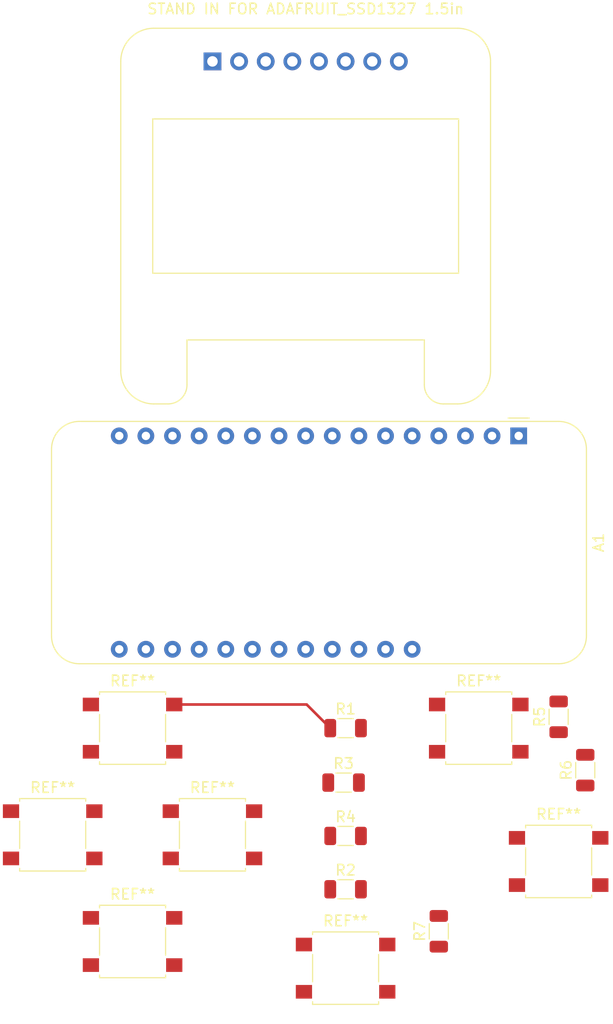
<source format=kicad_pcb>
(kicad_pcb (version 20221018) (generator pcbnew)
  (title_block (title "The GameMan Game Console of Gaming") (date "2023-11-01") (rev "1.0") (company "Portland State University"))
  (layers (0 "F.Cu" signal) (31 "B.Cu" signal) (34 "B.Paste" user) (35 "F.Paste" user) (36 "B.SilkS" user "B.Silkscreen") (37 "F.SilkS" user "F.Silkscreen") (38 "B.Mask" user) (39 "F.Mask" user) (44 "Edge.Cuts" user))
  (net 0 "")
  (net 2 "/3V")
  (footprint "Button_Switch_SMD:SW_SPST_B3S-1000" (layer "F.Cu") (at 60.96 119.38)
    (fp_text reference "REF**" (at 0 -4.5) (layer "F.SilkS"))
    (fp_text value "Control_HOME")
    (fp_line (start -3.15 -3.45) (end 3.15 -3.45) (stroke (width 0.12)) (layer "F.SilkS"))
    (fp_line (start -3.15 -3.2) (end -3.15 -3.45) (stroke (width 0.12)) (layer "F.SilkS"))
    (fp_line (start -3.15 1.3) (end -3.15 -1.3) (stroke (width 0.12)) (layer "F.SilkS"))
    (fp_line (start -3.15 3.45) (end -3.15 3.2) (stroke (width 0.12)) (layer "F.SilkS"))
    (fp_line (start 3.15 -3.45) (end 3.15 -3.2) (stroke (width 0.12)) (layer "F.SilkS"))
    (fp_line (start 3.15 -1.3) (end 3.15 1.3) (stroke (width 0.12)) (layer "F.SilkS"))
    (fp_line (start 3.15 3.2) (end 3.15 3.45) (stroke (width 0.12)) (layer "F.SilkS"))
    (fp_line (start 3.15 3.45) (end -3.15 3.45) (stroke (width 0.12)) (layer "F.SilkS"))
    (pad "1" smd rect (at -3.975 -2.25) (size 1.55 1.3) (layers "F.Cu" "F.Paste" "F.Mask"))
    (pad "1" smd rect (at 3.975 -2.25) (size 1.55 1.3) (layers "F.Cu" "F.Paste" "F.Mask"))
    (pad "2" smd rect (at -3.975 2.25) (size 1.55 1.3) (layers "F.Cu" "F.Paste" "F.Mask"))
    (pad "2" smd rect (at 3.975 2.25) (size 1.55 1.3) (layers "F.Cu" "F.Paste" "F.Mask"))
  )
  (footprint "Resistor_SMD:R_1206_3216Metric" (layer "F.Cu") (at 60.7675 101.7075)
    (fp_text reference "R3" (at 0 -1.82) (layer "F.SilkS"))
    (fp_text value "PDR")
    (fp_line (start -0.727064 -0.91) (end 0.727064 -0.91) (stroke (width 0.12)) (layer "F.SilkS"))
    (fp_line (start -0.727064 0.91) (end 0.727064 0.91) (stroke (width 0.12)) (layer "F.SilkS"))
    (pad "1" smd roundrect (at -1.4625 0) (size 1.125 1.75) (layers "F.Cu" "F.Paste" "F.Mask") (roundrect_rratio 0.222222))
    (pad "2" smd roundrect (at 1.4625 0) (size 1.125 1.75) (layers "F.Cu" "F.Paste" "F.Mask") (roundrect_rratio 0.222222))
  )
  (footprint "Button_Switch_SMD:SW_SPST_B3S-1000" (layer "F.Cu") (at 81.28 109.22)
    (fp_text reference "REF**" (at 0 -4.5) (layer "F.SilkS"))
    (fp_text value "Control_DENY")
    (fp_line (start -3.15 -3.45) (end 3.15 -3.45) (stroke (width 0.12)) (layer "F.SilkS"))
    (fp_line (start -3.15 -3.2) (end -3.15 -3.45) (stroke (width 0.12)) (layer "F.SilkS"))
    (fp_line (start -3.15 1.3) (end -3.15 -1.3) (stroke (width 0.12)) (layer "F.SilkS"))
    (fp_line (start -3.15 3.45) (end -3.15 3.2) (stroke (width 0.12)) (layer "F.SilkS"))
    (fp_line (start 3.15 -3.45) (end 3.15 -3.2) (stroke (width 0.12)) (layer "F.SilkS"))
    (fp_line (start 3.15 -1.3) (end 3.15 1.3) (stroke (width 0.12)) (layer "F.SilkS"))
    (fp_line (start 3.15 3.2) (end 3.15 3.45) (stroke (width 0.12)) (layer "F.SilkS"))
    (fp_line (start 3.15 3.45) (end -3.15 3.45) (stroke (width 0.12)) (layer "F.SilkS"))
    (pad "1" smd rect (at -3.975 -2.25) (size 1.55 1.3) (layers "F.Cu" "F.Paste" "F.Mask"))
    (pad "1" smd rect (at 3.975 -2.25) (size 1.55 1.3) (layers "F.Cu" "F.Paste" "F.Mask"))
    (pad "2" smd rect (at -3.975 2.25) (size 1.55 1.3) (layers "F.Cu" "F.Paste" "F.Mask"))
    (pad "2" smd rect (at 3.975 2.25) (size 1.55 1.3) (layers "F.Cu" "F.Paste" "F.Mask"))
  )
  (footprint "Button_Switch_SMD:SW_SPST_B3S-1000" (layer "F.Cu") (at 48.26 106.68)
    (fp_text reference "REF**" (at 0 -4.5) (layer "F.SilkS"))
    (fp_text value "Control_RIGHT")
    (fp_line (start -3.15 -3.45) (end 3.15 -3.45) (stroke (width 0.12)) (layer "F.SilkS"))
    (fp_line (start -3.15 -3.2) (end -3.15 -3.45) (stroke (width 0.12)) (layer "F.SilkS"))
    (fp_line (start -3.15 1.3) (end -3.15 -1.3) (stroke (width 0.12)) (layer "F.SilkS"))
    (fp_line (start -3.15 3.45) (end -3.15 3.2) (stroke (width 0.12)) (layer "F.SilkS"))
    (fp_line (start 3.15 -3.45) (end 3.15 -3.2) (stroke (width 0.12)) (layer "F.SilkS"))
    (fp_line (start 3.15 -1.3) (end 3.15 1.3) (stroke (width 0.12)) (layer "F.SilkS"))
    (fp_line (start 3.15 3.2) (end 3.15 3.45) (stroke (width 0.12)) (layer "F.SilkS"))
    (fp_line (start 3.15 3.45) (end -3.15 3.45) (stroke (width 0.12)) (layer "F.SilkS"))
    (pad "1" smd rect (at -3.975 -2.25) (size 1.55 1.3) (layers "F.Cu" "F.Paste" "F.Mask"))
    (pad "1" smd rect (at 3.975 -2.25) (size 1.55 1.3) (layers "F.Cu" "F.Paste" "F.Mask"))
    (pad "2" smd rect (at -3.975 2.25) (size 1.55 1.3) (layers "F.Cu" "F.Paste" "F.Mask"))
    (pad "2" smd rect (at 3.975 2.25) (size 1.55 1.3) (layers "F.Cu" "F.Paste" "F.Mask"))
  )
  (footprint "Button_Switch_SMD:SW_SPST_B3S-1000" (layer "F.Cu") (at 73.66 96.52)
    (fp_text reference "REF**" (at 0 -4.5) (layer "F.SilkS"))
    (fp_text value "Control_CONFIRM")
    (fp_line (start -3.15 -3.45) (end 3.15 -3.45) (stroke (width 0.12)) (layer "F.SilkS"))
    (fp_line (start -3.15 -3.2) (end -3.15 -3.45) (stroke (width 0.12)) (layer "F.SilkS"))
    (fp_line (start -3.15 1.3) (end -3.15 -1.3) (stroke (width 0.12)) (layer "F.SilkS"))
    (fp_line (start -3.15 3.45) (end -3.15 3.2) (stroke (width 0.12)) (layer "F.SilkS"))
    (fp_line (start 3.15 -3.45) (end 3.15 -3.2) (stroke (width 0.12)) (layer "F.SilkS"))
    (fp_line (start 3.15 -1.3) (end 3.15 1.3) (stroke (width 0.12)) (layer "F.SilkS"))
    (fp_line (start 3.15 3.2) (end 3.15 3.45) (stroke (width 0.12)) (layer "F.SilkS"))
    (fp_line (start 3.15 3.45) (end -3.15 3.45) (stroke (width 0.12)) (layer "F.SilkS"))
    (pad "1" smd rect (at -3.975 -2.25) (size 1.55 1.3) (layers "F.Cu" "F.Paste" "F.Mask"))
    (pad "1" smd rect (at 3.975 -2.25) (size 1.55 1.3) (layers "F.Cu" "F.Paste" "F.Mask"))
    (pad "2" smd rect (at -3.975 2.25) (size 1.55 1.3) (layers "F.Cu" "F.Paste" "F.Mask"))
    (pad "2" smd rect (at 3.975 2.25) (size 1.55 1.3) (layers "F.Cu" "F.Paste" "F.Mask"))
  )
  (footprint "Resistor_SMD:R_1206_3216Metric" (layer "F.Cu") (at 83.82 100.5225 90)
    (fp_text reference "R6" (at 0 -1.82 90) (layer "F.SilkS"))
    (fp_text value "PDR")
    (fp_line (start -0.727064 -0.91) (end 0.727064 -0.91) (stroke (width 0.12)) (layer "F.SilkS"))
    (fp_line (start -0.727064 0.91) (end 0.727064 0.91) (stroke (width 0.12)) (layer "F.SilkS"))
    (pad "1" smd roundrect (at -1.4625 0 90) (size 1.125 1.75) (layers "F.Cu" "F.Paste" "F.Mask") (roundrect_rratio 0.222222))
    (pad "2" smd roundrect (at 1.4625 0 90) (size 1.125 1.75) (layers "F.Cu" "F.Paste" "F.Mask") (roundrect_rratio 0.222222))
  )
  (footprint "Button_Switch_SMD:SW_SPST_B3S-1000" (layer "F.Cu") (at 40.64 116.84)
    (fp_text reference "REF**" (at 0 -4.5) (layer "F.SilkS"))
    (fp_text value "Control_DOWN")
    (fp_line (start -3.15 -3.45) (end 3.15 -3.45) (stroke (width 0.12)) (layer "F.SilkS"))
    (fp_line (start -3.15 -3.2) (end -3.15 -3.45) (stroke (width 0.12)) (layer "F.SilkS"))
    (fp_line (start -3.15 1.3) (end -3.15 -1.3) (stroke (width 0.12)) (layer "F.SilkS"))
    (fp_line (start -3.15 3.45) (end -3.15 3.2) (stroke (width 0.12)) (layer "F.SilkS"))
    (fp_line (start 3.15 -3.45) (end 3.15 -3.2) (stroke (width 0.12)) (layer "F.SilkS"))
    (fp_line (start 3.15 -1.3) (end 3.15 1.3) (stroke (width 0.12)) (layer "F.SilkS"))
    (fp_line (start 3.15 3.2) (end 3.15 3.45) (stroke (width 0.12)) (layer "F.SilkS"))
    (fp_line (start 3.15 3.45) (end -3.15 3.45) (stroke (width 0.12)) (layer "F.SilkS"))
    (pad "1" smd rect (at -3.975 -2.25) (size 1.55 1.3) (layers "F.Cu" "F.Paste" "F.Mask"))
    (pad "1" smd rect (at 3.975 -2.25) (size 1.55 1.3) (layers "F.Cu" "F.Paste" "F.Mask"))
    (pad "2" smd rect (at -3.975 2.25) (size 1.55 1.3) (layers "F.Cu" "F.Paste" "F.Mask"))
    (pad "2" smd rect (at 3.975 2.25) (size 1.55 1.3) (layers "F.Cu" "F.Paste" "F.Mask"))
  )
  (footprint "Module:Adafruit_Feather" (layer "F.Cu") (at 77.47 68.6875 -90)
    (fp_text reference "A1" (at 10.16 -7.62 90) (layer "F.SilkS"))
    (fp_text value "Adafruit_Feather_HUZZAH32_ESP32")
    (fp_line (start -1.7 1) (end -1.7 -1) (stroke (width 0.12)) (layer "F.SilkS"))
    (fp_line (start -1.38 -3.81) (end -1.38 41.91) (stroke (width 0.12)) (layer "F.SilkS"))
    (fp_line (start 19.05 -6.46) (end 1.27 -6.46) (stroke (width 0.12)) (layer "F.SilkS"))
    (fp_line (start 19.05 44.56) (end 1.27 44.56) (stroke (width 0.12)) (layer "F.SilkS"))
    (fp_line (start 21.7 -3.81) (end 21.7 41.91) (stroke (width 0.12)) (layer "F.SilkS"))
    (fp_arc (start -1.38 -3.81) (mid -0.603833 -5.683833) (end 1.27 -6.46) (stroke (width 0.12)) (layer "F.SilkS"))
    (fp_arc (start 1.27 44.56) (mid -0.603833 43.783833) (end -1.38 41.91) (stroke (width 0.12)) (layer "F.SilkS"))
    (fp_arc (start 19.05 -6.46) (mid 20.923833 -5.683833) (end 21.7 -3.81) (stroke (width 0.12)) (layer "F.SilkS"))
    (fp_arc (start 21.7 41.91) (mid 20.923833 43.783833) (end 19.05 44.56) (stroke (width 0.12)) (layer "F.SilkS"))
    (pad "1" thru_hole rect (at 0 0 90) (size 1.6 1.6) (drill 0.8) (layers "*.Cu" "*.Mask"))
    (pad "2" thru_hole circle (at 0 2.54 90) (size 1.6 1.6) (drill 0.8) (layers "*.Cu" "*.Mask") (net 2 "/3V"))
    (pad "3" thru_hole circle (at 0 5.08 90) (size 1.6 1.6) (drill 0.8) (layers "*.Cu" "*.Mask"))
    (pad "4" thru_hole circle (at 0 7.62 90) (size 1.6 1.6) (drill 0.8) (layers "*.Cu" "*.Mask"))
    (pad "5" thru_hole circle (at 0 10.16 90) (size 1.6 1.6) (drill 0.8) (layers "*.Cu" "*.Mask"))
    (pad "6" thru_hole circle (at 0 12.7 90) (size 1.6 1.6) (drill 0.8) (layers "*.Cu" "*.Mask"))
    (pad "7" thru_hole circle (at 0 15.24 90) (size 1.6 1.6) (drill 0.8) (layers "*.Cu" "*.Mask"))
    (pad "8" thru_hole circle (at 0 17.78 90) (size 1.6 1.6) (drill 0.8) (layers "*.Cu" "*.Mask"))
    (pad "9" thru_hole circle (at 0 20.32 90) (size 1.6 1.6) (drill 0.8) (layers "*.Cu" "*.Mask"))
    (pad "10" thru_hole circle (at 0 22.86 90) (size 1.6 1.6) (drill 0.8) (layers "*.Cu" "*.Mask"))
    (pad "11" thru_hole circle (at 0 25.4 90) (size 1.6 1.6) (drill 0.8) (layers "*.Cu" "*.Mask"))
    (pad "12" thru_hole circle (at 0 27.94 90) (size 1.6 1.6) (drill 0.8) (layers "*.Cu" "*.Mask"))
    (pad "13" thru_hole circle (at 0 30.48 90) (size 1.6 1.6) (drill 0.8) (layers "*.Cu" "*.Mask"))
    (pad "14" thru_hole circle (at 0 33.02 90) (size 1.6 1.6) (drill 0.8) (layers "*.Cu" "*.Mask"))
    (pad "15" thru_hole circle (at 0 35.56 90) (size 1.6 1.6) (drill 0.8) (layers "*.Cu" "*.Mask"))
    (pad "16" thru_hole circle (at 0 38.1 90) (size 1.6 1.6) (drill 0.8) (layers "*.Cu" "*.Mask"))
    (pad "17" thru_hole circle (at 20.32 38.1 90) (size 1.6 1.6) (drill 0.8) (layers "*.Cu" "*.Mask"))
    (pad "18" thru_hole circle (at 20.32 35.56 90) (size 1.6 1.6) (drill 0.8) (layers "*.Cu" "*.Mask"))
    (pad "19" thru_hole circle (at 20.32 33.02 90) (size 1.6 1.6) (drill 0.8) (layers "*.Cu" "*.Mask"))
    (pad "20" thru_hole circle (at 20.32 30.48 90) (size 1.6 1.6) (drill 0.8) (layers "*.Cu" "*.Mask"))
    (pad "21" thru_hole circle (at 20.32 27.94 90) (size 1.6 1.6) (drill 0.8) (layers "*.Cu" "*.Mask"))
    (pad "22" thru_hole circle (at 20.32 25.4 90) (size 1.6 1.6) (drill 0.8) (layers "*.Cu" "*.Mask"))
    (pad "23" thru_hole circle (at 20.32 22.86 90) (size 1.6 1.6) (drill 0.8) (layers "*.Cu" "*.Mask"))
    (pad "24" thru_hole circle (at 20.32 20.32 90) (size 1.6 1.6) (drill 0.8) (layers "*.Cu" "*.Mask"))
    (pad "25" thru_hole circle (at 20.32 17.78 90) (size 1.6 1.6) (drill 0.8) (layers "*.Cu" "*.Mask"))
    (pad "26" thru_hole circle (at 20.32 15.24 90) (size 1.6 1.6) (drill 0.8) (layers "*.Cu" "*.Mask"))
    (pad "27" thru_hole circle (at 20.32 12.7 90) (size 1.6 1.6) (drill 0.8) (layers "*.Cu" "*.Mask"))
    (pad "28" thru_hole circle (at 20.32 10.16 90) (size 1.6 1.6) (drill 0.8) (layers "*.Cu" "*.Mask"))
  )
  (footprint "Resistor_SMD:R_1206_3216Metric" (layer "F.Cu") (at 69.85 115.87 90)
    (fp_text reference "R7" (at 0 -1.82 90) (layer "F.SilkS"))
    (fp_text value "PDR")
    (fp_line (start -0.727064 -0.91) (end 0.727064 -0.91) (stroke (width 0.12)) (layer "F.SilkS"))
    (fp_line (start -0.727064 0.91) (end 0.727064 0.91) (stroke (width 0.12)) (layer "F.SilkS"))
    (pad "1" smd roundrect (at -1.4625 0 90) (size 1.125 1.75) (layers "F.Cu" "F.Paste" "F.Mask") (roundrect_rratio 0.222222))
    (pad "2" smd roundrect (at 1.4625 0 90) (size 1.125 1.75) (layers "F.Cu" "F.Paste" "F.Mask") (roundrect_rratio 0.222222))
  )
  (footprint "Resistor_SMD:R_1206_3216Metric" (layer "F.Cu") (at 60.96 111.8675)
    (fp_text reference "R2" (at 0 -1.82) (layer "F.SilkS"))
    (fp_text value "PDR")
    (fp_line (start -0.727064 -0.91) (end 0.727064 -0.91) (stroke (width 0.12)) (layer "F.SilkS"))
    (fp_line (start -0.727064 0.91) (end 0.727064 0.91) (stroke (width 0.12)) (layer "F.SilkS"))
    (pad "1" smd roundrect (at -1.4625 0) (size 1.125 1.75) (layers "F.Cu" "F.Paste" "F.Mask") (roundrect_rratio 0.222222))
    (pad "2" smd roundrect (at 1.4625 0) (size 1.125 1.75) (layers "F.Cu" "F.Paste" "F.Mask") (roundrect_rratio 0.222222))
  )
  (footprint "Display:Adafruit_SSD1306" (layer "F.Cu") (at 48.26 33.02)
    (fp_text reference "STAND IN FOR ADAFRUIT_SSD1327 1.5in" (at 8.89 -5) (layer "F.SilkS"))
    (fp_text value "Adafruit_SSD1306 1.3in")
    (fp_line (start -8.746 0) (end -8.746 29.464) (stroke (width 0.12)) (layer "F.SilkS"))
    (fp_line (start -5.698 5.478) (end -5.698 20.176) (stroke (width 0.12)) (layer "F.SilkS"))
    (fp_line (start -5.698 5.478) (end 23.478 5.478) (stroke (width 0.12)) (layer "F.SilkS"))
    (fp_line (start -5.698 20.176) (end 23.478 20.176) (stroke (width 0.12)) (layer "F.SilkS"))
    (fp_line (start -4.238 32.622) (end -5.59 32.622) (stroke (width 0.12)) (layer "F.SilkS"))
    (fp_line (start -2.43 26.526) (end -2.43 30.814) (stroke (width 0.12)) (layer "F.SilkS"))
    (fp_line (start -2.43 26.526) (end 20.21 26.526) (stroke (width 0.12)) (layer "F.SilkS"))
    (fp_line (start 20.21 26.526) (end 20.21 30.814) (stroke (width 0.12)) (layer "F.SilkS"))
    (fp_line (start 22.018 32.622) (end 23.37 32.622) (stroke (width 0.12)) (layer "F.SilkS"))
    (fp_line (start 23.368 -3.158) (end -5.588 -3.158) (stroke (width 0.12)) (layer "F.SilkS"))
    (fp_line (start 23.478 5.478) (end 23.478 20.176) (stroke (width 0.12)) (layer "F.SilkS"))
    (fp_line (start 26.526 0) (end 26.526 29.464) (stroke (width 0.12)) (layer "F.SilkS"))
    (fp_arc (start -8.746 0) (mid -7.821043 -2.233043) (end -5.588 -3.158) (stroke (width 0.12)) (layer "F.SilkS"))
    (fp_arc (start -5.588 32.622) (mid -7.821043 31.697043) (end -8.746 29.464) (stroke (width 0.12)) (layer "F.SilkS"))
    (fp_arc (start -2.43 30.812) (mid -2.958137 32.091035) (end -4.236 32.622) (stroke (width 0.12)) (layer "F.SilkS"))
    (fp_arc (start 22.016 32.622) (mid 20.738137 32.091035) (end 20.21 30.812) (stroke (width 0.12)) (layer "F.SilkS"))
    (fp_arc (start 23.368 -3.158) (mid 25.601043 -2.233043) (end 26.526 0) (stroke (width 0.12)) (layer "F.SilkS"))
    (fp_arc (start 26.526 29.464) (mid 25.601043 31.697043) (end 23.368 32.622) (stroke (width 0.12)) (layer "F.SilkS"))
    (pad "" np_thru_hole circle (at -5.588 0) (size 2.7 2.7) (drill 2.7) (layers "*.Cu" "*.Mask"))
    (pad "" np_thru_hole circle (at -5.588 29.464) (size 2.7 2.7) (drill 2.7) (layers "*.Cu" "*.Mask"))
    (pad "" np_thru_hole circle (at 23.368 0) (size 2.7 2.7) (drill 2.7) (layers "*.Cu" "*.Mask"))
    (pad "" np_thru_hole circle (at 23.368 29.464) (size 2.7 2.7) (drill 2.7) (layers "*.Cu" "*.Mask"))
    (pad "1" thru_hole rect (at 0 0) (size 1.7 1.7) (drill 1) (layers "*.Cu" "*.Mask"))
    (pad "2" thru_hole circle (at 2.54 0) (size 1.7 1.7) (drill 1) (layers "*.Cu" "*.Mask"))
    (pad "3" thru_hole circle (at 5.08 0) (size 1.7 1.7) (drill 1) (layers "*.Cu" "*.Mask"))
    (pad "4" thru_hole circle (at 7.62 0) (size 1.7 1.7) (drill 1) (layers "*.Cu" "*.Mask"))
    (pad "5" thru_hole circle (at 10.16 0) (size 1.7 1.7) (drill 1) (layers "*.Cu" "*.Mask"))
    (pad "6" thru_hole circle (at 12.7 0) (size 1.7 1.7) (drill 1) (layers "*.Cu" "*.Mask"))
    (pad "7" thru_hole circle (at 15.24 0) (size 1.7 1.7) (drill 1) (layers "*.Cu" "*.Mask"))
    (pad "8" thru_hole circle (at 17.78 0) (size 1.7 1.7) (drill 1) (layers "*.Cu" "*.Mask"))
  )
  (footprint "Button_Switch_SMD:SW_SPST_B3S-1000" (layer "F.Cu") (at 33.02 106.68)
    (fp_text reference "REF**" (at 0 -4.5) (layer "F.SilkS"))
    (fp_text value "Control_LEFT")
    (fp_line (start -3.15 -3.45) (end 3.15 -3.45) (stroke (width 0.12)) (layer "F.SilkS"))
    (fp_line (start -3.15 -3.2) (end -3.15 -3.45) (stroke (width 0.12)) (layer "F.SilkS"))
    (fp_line (start -3.15 1.3) (end -3.15 -1.3) (stroke (width 0.12)) (layer "F.SilkS"))
    (fp_line (start -3.15 3.45) (end -3.15 3.2) (stroke (width 0.12)) (layer "F.SilkS"))
    (fp_line (start 3.15 -3.45) (end 3.15 -3.2) (stroke (width 0.12)) (layer "F.SilkS"))
    (fp_line (start 3.15 -1.3) (end 3.15 1.3) (stroke (width 0.12)) (layer "F.SilkS"))
    (fp_line (start 3.15 3.2) (end 3.15 3.45) (stroke (width 0.12)) (layer "F.SilkS"))
    (fp_line (start 3.15 3.45) (end -3.15 3.45) (stroke (width 0.12)) (layer "F.SilkS"))
    (pad "1" smd rect (at -3.975 -2.25) (size 1.55 1.3) (layers "F.Cu" "F.Paste" "F.Mask"))
    (pad "1" smd rect (at 3.975 -2.25) (size 1.55 1.3) (layers "F.Cu" "F.Paste" "F.Mask"))
    (pad "2" smd rect (at -3.975 2.25) (size 1.55 1.3) (layers "F.Cu" "F.Paste" "F.Mask"))
    (pad "2" smd rect (at 3.975 2.25) (size 1.55 1.3) (layers "F.Cu" "F.Paste" "F.Mask"))
  )
  (footprint "Resistor_SMD:R_1206_3216Metric" (layer "F.Cu") (at 81.28 95.4425 90)
    (fp_text reference "R5" (at 0 -1.82 90) (layer "F.SilkS"))
    (fp_text value "PDR")
    (fp_line (start -0.727064 -0.91) (end 0.727064 -0.91) (stroke (width 0.12)) (layer "F.SilkS"))
    (fp_line (start -0.727064 0.91) (end 0.727064 0.91) (stroke (width 0.12)) (layer "F.SilkS"))
    (pad "1" smd roundrect (at -1.4625 0 90) (size 1.125 1.75) (layers "F.Cu" "F.Paste" "F.Mask") (roundrect_rratio 0.222222))
    (pad "2" smd roundrect (at 1.4625 0 90) (size 1.125 1.75) (layers "F.Cu" "F.Paste" "F.Mask") (roundrect_rratio 0.222222))
  )
  (footprint "Resistor_SMD:R_1206_3216Metric" (layer "F.Cu") (at 60.96 106.7875)
    (fp_text reference "R4" (at 0 -1.82) (layer "F.SilkS"))
    (fp_text value "PDR")
    (fp_line (start -0.727064 -0.91) (end 0.727064 -0.91) (stroke (width 0.12)) (layer "F.SilkS"))
    (fp_line (start -0.727064 0.91) (end 0.727064 0.91) (stroke (width 0.12)) (layer "F.SilkS"))
    (pad "1" smd roundrect (at -1.4625 0) (size 1.125 1.75) (layers "F.Cu" "F.Paste" "F.Mask") (roundrect_rratio 0.222222))
    (pad "2" smd roundrect (at 1.4625 0) (size 1.125 1.75) (layers "F.Cu" "F.Paste" "F.Mask") (roundrect_rratio 0.222222))
  )
  (footprint "Button_Switch_SMD:SW_SPST_B3S-1000" (layer "F.Cu") (at 40.64 96.52)
    (fp_text reference "REF**" (at 0 -4.5) (layer "F.SilkS"))
    (fp_text value "Control_UP")
    (fp_line (start -3.15 -3.45) (end 3.15 -3.45) (stroke (width 0.12)) (layer "F.SilkS"))
    (fp_line (start -3.15 -3.2) (end -3.15 -3.45) (stroke (width 0.12)) (layer "F.SilkS"))
    (fp_line (start -3.15 1.3) (end -3.15 -1.3) (stroke (width 0.12)) (layer "F.SilkS"))
    (fp_line (start -3.15 3.45) (end -3.15 3.2) (stroke (width 0.12)) (layer "F.SilkS"))
    (fp_line (start 3.15 -3.45) (end 3.15 -3.2) (stroke (width 0.12)) (layer "F.SilkS"))
    (fp_line (start 3.15 -1.3) (end 3.15 1.3) (stroke (width 0.12)) (layer "F.SilkS"))
    (fp_line (start 3.15 3.2) (end 3.15 3.45) (stroke (width 0.12)) (layer "F.SilkS"))
    (fp_line (start 3.15 3.45) (end -3.15 3.45) (stroke (width 0.12)) (layer "F.SilkS"))
    (pad "1" smd rect (at -3.975 -2.25) (size 1.55 1.3) (layers "F.Cu" "F.Paste" "F.Mask"))
    (pad "1" smd rect (at 3.975 -2.25) (size 1.55 1.3) (layers "F.Cu" "F.Paste" "F.Mask"))
    (pad "2" smd rect (at -3.975 2.25) (size 1.55 1.3) (layers "F.Cu" "F.Paste" "F.Mask"))
    (pad "2" smd rect (at 3.975 2.25) (size 1.55 1.3) (layers "F.Cu" "F.Paste" "F.Mask"))
  )
  (footprint "Resistor_SMD:R_1206_3216Metric" (layer "F.Cu") (at 60.96 96.52)
    (fp_text reference "R1" (at 0 -1.82) (layer "F.SilkS"))
    (fp_text value "PDR")
    (fp_line (start -0.727064 -0.91) (end 0.727064 -0.91) (stroke (width 0.12)) (layer "F.SilkS"))
    (fp_line (start -0.727064 0.91) (end 0.727064 0.91) (stroke (width 0.12)) (layer "F.SilkS"))
    (pad "1" smd roundrect (at -1.4625 0) (size 1.125 1.75) (layers "F.Cu" "F.Paste" "F.Mask") (roundrect_rratio 0.222222))
    (pad "2" smd roundrect (at 1.4625 0) (size 1.125 1.75) (layers "F.Cu" "F.Paste" "F.Mask") (roundrect_rratio 0.222222))
  )
  (segment (start 39.1875 104.43) (end 41.91 101.7075) (width 0) (layer "F.Cu") (net 0))
  (segment (start 85.255 103.42) (end 83.82 101.985) (width 0) (layer "F.Cu") (net 0))
  (segment (start 78.645 94.27) (end 81.28 96.905) (width 0) (layer "F.Cu") (net 0))
  (segment (start 44.615 114.59) (end 56.775 114.59) (width 0) (layer "F.Cu") (net 0))
  (segment (start 64.935 117.13) (end 69.3675 117.13) (width 0) (layer "F.Cu") (net 0))
  (segment (start 57.14 104.43) (end 59.4975 106.7875) (width 0) (layer "F.Cu") (net 0))
  (segment (start 57.2475 94.27) (end 59.4975 96.52) (width 0.25) (layer "F.Cu") (net 0))
  (segment (start 44.615 94.27) (end 57.2475 94.27) (width 0.25) (layer "F.Cu") (net 0))
  (segment (start 85.255 106.97) (end 85.255 103.42) (width 0) (layer "F.Cu") (net 0))
  (segment (start 77.635 94.27) (end 78.645 94.27) (width 0) (layer "F.Cu") (net 0))
  (segment (start 36.995 104.43) (end 39.1875 104.43) (width 0) (layer "F.Cu") (net 0))
  (segment (start 56.775 114.59) (end 59.4975 111.8675) (width 0) (layer "F.Cu") (net 0))
  (segment (start 69.3675 117.13) (end 69.6575 116.84) (width 0) (layer "F.Cu") (net 0))
  (segment (start 52.235 104.43) (end 57.14 104.43) (width 0) (layer "F.Cu") (net 0))
  (segment (start 41.91 101.7075) (end 59.305 101.7075) (width 0) (layer "F.Cu") (net 0))
)
</source>
